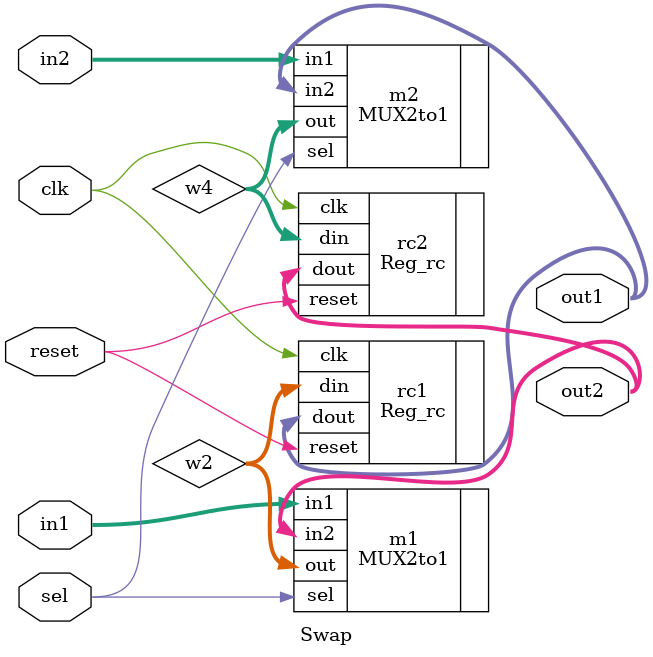
<source format=v>
`timescale 1ns / 1ps


module Swap(clk,
            reset,
            out1,out2,
            in1,in2,
            sel
    );
    
    
    wire [3:0] w1,w2,w3,w4,w5,w6;
    wire [3:0] r1,r2;
    wire [3:0] s1,s2;
    


    input clk,reset;
    input [3:0] in1,in2;
    output[3:0] out1,out2;
    input sel;
    
    wire [3:0] w1,w2,w3,w4;
    
    
    
    MUX2to1 m1(.in1(in1),.in2(out2),.out(w2),.sel(sel));
    MUX2to1 m2(.in1(in2),.in2(out1),.out(w4),.sel(sel));
    Reg_rc rc1(.din(w2),.dout(out1),.clk(clk),.reset(reset));
    Reg_rc rc2(.din(w4),.dout(out2),.clk(clk),.reset(reset));
    
endmodule

</source>
